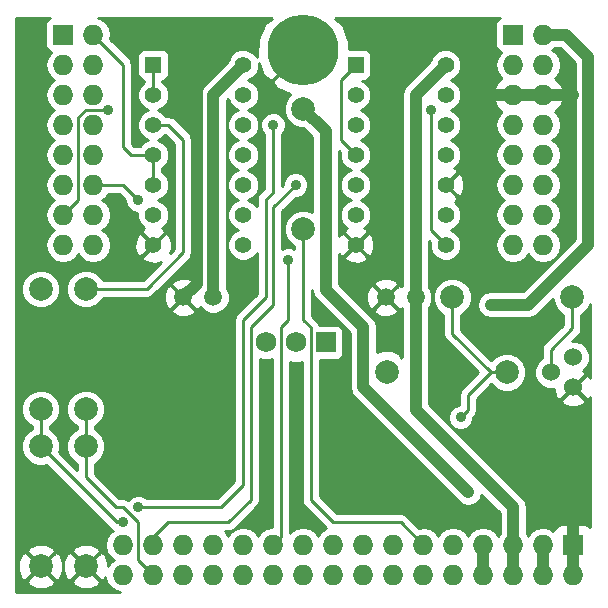
<source format=gtl>
%FSLAX34Y34*%
G04 Gerber Fmt 3.4, Leading zero omitted, Abs format*
G04 (created by PCBNEW (2014-jan-25)-product) date Sun 13 Jul 2014 07:55:22 AM PDT*
%MOIN*%
G01*
G70*
G90*
G04 APERTURE LIST*
%ADD10C,0.003937*%
%ADD11C,0.059100*%
%ADD12R,0.068000X0.068000*%
%ADD13O,0.068000X0.068000*%
%ADD14C,0.060000*%
%ADD15C,0.078700*%
%ADD16R,0.055000X0.055000*%
%ADD17C,0.055000*%
%ADD18C,0.068000*%
%ADD19C,0.236220*%
%ADD20C,0.035000*%
%ADD21C,0.040000*%
%ADD22C,0.010000*%
G04 APERTURE END LIST*
G54D10*
G54D11*
X37000Y-50250D03*
X36000Y-50250D03*
X43750Y-50250D03*
X42750Y-50250D03*
G54D12*
X32000Y-41500D03*
G54D13*
X33000Y-41500D03*
X32000Y-42500D03*
X33000Y-42500D03*
X32000Y-43500D03*
X33000Y-43500D03*
X32000Y-44500D03*
X33000Y-44500D03*
X32000Y-45500D03*
X33000Y-45500D03*
X32000Y-46500D03*
X33000Y-46500D03*
X32000Y-47500D03*
X33000Y-47500D03*
X32000Y-48500D03*
X33000Y-48500D03*
G54D12*
X47000Y-41500D03*
G54D13*
X48000Y-41500D03*
X47000Y-42500D03*
X48000Y-42500D03*
X47000Y-43500D03*
X48000Y-43500D03*
X47000Y-44500D03*
X48000Y-44500D03*
X47000Y-45500D03*
X48000Y-45500D03*
X47000Y-46500D03*
X48000Y-46500D03*
X47000Y-47500D03*
X48000Y-47500D03*
X47000Y-48500D03*
X48000Y-48500D03*
G54D12*
X49000Y-58500D03*
G54D13*
X49000Y-59500D03*
X48000Y-58500D03*
X48000Y-59500D03*
X47000Y-58500D03*
X47000Y-59500D03*
X46000Y-58500D03*
X46000Y-59500D03*
X45000Y-58500D03*
X45000Y-59500D03*
X44000Y-58500D03*
X44000Y-59500D03*
X43000Y-58500D03*
X43000Y-59500D03*
X42000Y-58500D03*
X42000Y-59500D03*
X41000Y-58500D03*
X41000Y-59500D03*
X40000Y-58500D03*
X40000Y-59500D03*
X39000Y-58500D03*
X39000Y-59500D03*
X38000Y-58500D03*
X38000Y-59500D03*
X37000Y-58500D03*
X37000Y-59500D03*
X36000Y-58500D03*
X36000Y-59500D03*
X35000Y-58500D03*
X35000Y-59500D03*
X34000Y-58500D03*
X34000Y-59500D03*
G54D14*
X49000Y-53250D03*
X48250Y-52750D03*
X49000Y-52250D03*
G54D15*
X31250Y-53969D03*
X31250Y-49969D03*
X31250Y-59219D03*
X31250Y-55219D03*
X32750Y-53969D03*
X32750Y-49969D03*
X32750Y-59219D03*
X32750Y-55219D03*
X48969Y-50250D03*
X44969Y-50250D03*
X42781Y-52750D03*
X46781Y-52750D03*
X40000Y-47969D03*
X40000Y-43969D03*
G54D16*
X41750Y-42500D03*
G54D17*
X41750Y-43500D03*
X41750Y-44500D03*
X41750Y-45500D03*
X41750Y-46500D03*
X41750Y-47500D03*
X41750Y-48500D03*
X44750Y-48500D03*
X44750Y-47500D03*
X44750Y-46500D03*
X44750Y-45500D03*
X44750Y-44500D03*
X44750Y-43500D03*
X44750Y-42500D03*
G54D16*
X35000Y-42500D03*
G54D17*
X35000Y-43500D03*
X35000Y-44500D03*
X35000Y-45500D03*
X35000Y-46500D03*
X35000Y-47500D03*
X35000Y-48500D03*
X38000Y-48500D03*
X38000Y-47500D03*
X38000Y-46500D03*
X38000Y-45500D03*
X38000Y-44500D03*
X38000Y-43500D03*
X38000Y-42500D03*
G54D12*
X40750Y-51750D03*
G54D18*
X39750Y-51750D03*
X38750Y-51750D03*
G54D19*
X40000Y-42000D03*
G54D20*
X46250Y-50500D03*
X44250Y-44000D03*
X34500Y-47000D03*
X33500Y-44000D03*
X37200Y-42000D03*
X39750Y-56500D03*
X38750Y-56500D03*
X37000Y-56500D03*
X41000Y-56500D03*
X37000Y-50250D03*
X45250Y-54250D03*
X39500Y-49000D03*
X34000Y-57750D03*
X39750Y-46500D03*
X39000Y-44500D03*
X34500Y-57250D03*
X45500Y-56750D03*
G54D21*
X48750Y-41500D02*
X48000Y-41500D01*
X49500Y-42250D02*
X48750Y-41500D01*
X49500Y-48500D02*
X49500Y-42250D01*
X47500Y-50500D02*
X46250Y-50500D01*
X49500Y-48500D02*
X47500Y-50500D01*
G54D22*
X44250Y-48000D02*
X44250Y-44000D01*
X44750Y-48500D02*
X44250Y-48000D01*
X35000Y-46500D02*
X35000Y-45500D01*
X34000Y-42500D02*
X33000Y-41500D01*
X34000Y-45250D02*
X34000Y-42500D01*
X34250Y-45500D02*
X34000Y-45250D01*
X35000Y-45500D02*
X34250Y-45500D01*
X33000Y-46500D02*
X34000Y-46500D01*
X34000Y-46500D02*
X34500Y-47000D01*
X32000Y-47500D02*
X32500Y-47000D01*
X32750Y-44000D02*
X33500Y-44000D01*
X32500Y-44250D02*
X32750Y-44000D01*
X32500Y-47000D02*
X32500Y-44250D01*
X35000Y-43500D02*
X35000Y-42500D01*
G54D21*
X36450Y-49800D02*
X36450Y-42750D01*
X36450Y-42750D02*
X37200Y-42000D01*
X36000Y-50250D02*
X36450Y-49800D01*
X49000Y-58500D02*
X49000Y-57750D01*
X49000Y-59500D02*
X49000Y-58500D01*
X48000Y-43500D02*
X47000Y-43500D01*
X47000Y-43500D02*
X45750Y-43500D01*
X48999Y-43500D02*
X48750Y-43500D01*
X48000Y-43500D02*
X48999Y-43500D01*
X37000Y-50250D02*
X37000Y-43500D01*
X37000Y-43500D02*
X38000Y-42500D01*
X47000Y-58500D02*
X47000Y-57250D01*
X47000Y-57250D02*
X43750Y-54000D01*
X43750Y-54000D02*
X43750Y-50250D01*
X47000Y-59500D02*
X47000Y-58500D01*
X43750Y-50250D02*
X43750Y-43500D01*
X43750Y-43500D02*
X44750Y-42500D01*
G54D22*
X48250Y-52750D02*
X48250Y-52000D01*
X48969Y-51281D02*
X48969Y-50250D01*
X48250Y-52000D02*
X48969Y-51281D01*
X32750Y-49969D02*
X34781Y-49969D01*
X34781Y-49969D02*
X36000Y-48750D01*
X35000Y-44500D02*
X35500Y-44500D01*
X36000Y-45000D02*
X36000Y-48750D01*
X35500Y-44500D02*
X36000Y-45000D01*
X44000Y-58500D02*
X43250Y-57750D01*
X40250Y-57000D02*
X40250Y-51250D01*
X41000Y-57750D02*
X40250Y-57000D01*
X43250Y-57750D02*
X41000Y-57750D01*
X40000Y-47969D02*
X40000Y-51000D01*
X40000Y-51000D02*
X40250Y-51250D01*
X40000Y-47969D02*
X40281Y-47969D01*
X41750Y-45500D02*
X41250Y-45000D01*
X41250Y-43000D02*
X41750Y-42500D01*
X41250Y-45000D02*
X41250Y-43000D01*
X44969Y-51469D02*
X44969Y-50250D01*
X46250Y-52750D02*
X44969Y-51469D01*
X46781Y-52750D02*
X46250Y-52750D01*
X45500Y-54000D02*
X45500Y-53500D01*
X45500Y-53500D02*
X46250Y-52750D01*
X45250Y-54250D02*
X45500Y-54000D01*
X39500Y-51000D02*
X39250Y-51250D01*
X39500Y-49000D02*
X39500Y-51000D01*
X39250Y-58250D02*
X39000Y-58500D01*
X39250Y-51250D02*
X39250Y-58250D01*
X33781Y-57750D02*
X31250Y-55219D01*
X34000Y-57750D02*
X33781Y-57750D01*
X31250Y-55219D02*
X31250Y-53969D01*
X39750Y-46500D02*
X39000Y-47250D01*
X39000Y-50500D02*
X38250Y-51250D01*
X39000Y-47250D02*
X39000Y-50500D01*
X35000Y-58500D02*
X35000Y-58250D01*
X35000Y-58250D02*
X35500Y-57750D01*
X35500Y-57750D02*
X37500Y-57750D01*
X37500Y-57750D02*
X38250Y-57000D01*
X38250Y-57000D02*
X38250Y-51250D01*
X32750Y-55219D02*
X32750Y-56250D01*
X34000Y-57250D02*
X34500Y-57750D01*
X33750Y-57250D02*
X34000Y-57250D01*
X32750Y-56250D02*
X33750Y-57250D01*
X35000Y-59500D02*
X34500Y-59000D01*
X34500Y-59000D02*
X34500Y-57750D01*
X32750Y-55219D02*
X32750Y-53969D01*
X37250Y-57250D02*
X34500Y-57250D01*
X38000Y-56500D02*
X37250Y-57250D01*
X38000Y-54750D02*
X38000Y-56500D01*
X38000Y-51000D02*
X38000Y-54750D01*
X38750Y-50250D02*
X38000Y-51000D01*
X38750Y-47000D02*
X38750Y-50250D01*
X39000Y-46750D02*
X38750Y-47000D01*
X39000Y-44500D02*
X39000Y-46750D01*
G54D21*
X45500Y-56750D02*
X42000Y-53250D01*
X40000Y-43969D02*
X40750Y-44719D01*
X40750Y-44719D02*
X40750Y-50000D01*
X42000Y-51250D02*
X42000Y-53250D01*
X40750Y-50000D02*
X42000Y-51250D01*
X48000Y-59500D02*
X48000Y-58500D01*
X46000Y-59500D02*
X46000Y-58500D01*
G54D22*
G36*
X38950Y-57917D02*
X38762Y-57954D01*
X38571Y-58082D01*
X38500Y-58189D01*
X38428Y-58082D01*
X38237Y-57954D01*
X38011Y-57910D01*
X37988Y-57910D01*
X37762Y-57954D01*
X37571Y-58082D01*
X37500Y-58189D01*
X37428Y-58082D01*
X37379Y-58050D01*
X37500Y-58050D01*
X37500Y-58049D01*
X37614Y-58027D01*
X37614Y-58027D01*
X37712Y-57962D01*
X38462Y-57212D01*
X38527Y-57114D01*
X38527Y-57114D01*
X38550Y-57000D01*
X38550Y-52305D01*
X38632Y-52339D01*
X38866Y-52340D01*
X38950Y-52305D01*
X38950Y-57917D01*
X38950Y-57917D01*
G37*
X38950Y-57917D02*
X38762Y-57954D01*
X38571Y-58082D01*
X38500Y-58189D01*
X38428Y-58082D01*
X38237Y-57954D01*
X38011Y-57910D01*
X37988Y-57910D01*
X37762Y-57954D01*
X37571Y-58082D01*
X37500Y-58189D01*
X37428Y-58082D01*
X37379Y-58050D01*
X37500Y-58050D01*
X37500Y-58049D01*
X37614Y-58027D01*
X37614Y-58027D01*
X37712Y-57962D01*
X38462Y-57212D01*
X38527Y-57114D01*
X38527Y-57114D01*
X38550Y-57000D01*
X38550Y-52305D01*
X38632Y-52339D01*
X38866Y-52340D01*
X38950Y-52305D01*
X38950Y-57917D01*
G36*
X38950Y-40965D02*
X38731Y-41090D01*
X38479Y-41645D01*
X38460Y-42239D01*
X38445Y-42203D01*
X38297Y-42055D01*
X38104Y-41975D01*
X37896Y-41974D01*
X37703Y-42054D01*
X37555Y-42202D01*
X37479Y-42383D01*
X36681Y-43181D01*
X36584Y-43327D01*
X36550Y-43500D01*
X36550Y-49888D01*
X36538Y-49871D01*
X36410Y-49853D01*
X36396Y-49867D01*
X36396Y-49839D01*
X36378Y-49711D01*
X36143Y-49607D01*
X35887Y-49601D01*
X35647Y-49694D01*
X35621Y-49711D01*
X35603Y-49839D01*
X36000Y-50235D01*
X36396Y-49839D01*
X36396Y-49867D01*
X36014Y-50250D01*
X36410Y-50646D01*
X36538Y-50628D01*
X36559Y-50580D01*
X36690Y-50712D01*
X36891Y-50795D01*
X37108Y-50795D01*
X37308Y-50712D01*
X37462Y-50559D01*
X37545Y-50358D01*
X37545Y-50141D01*
X37462Y-49941D01*
X37450Y-49928D01*
X37450Y-43686D01*
X37491Y-43644D01*
X37554Y-43797D01*
X37702Y-43944D01*
X37835Y-44000D01*
X37703Y-44054D01*
X37555Y-44202D01*
X37475Y-44395D01*
X37474Y-44603D01*
X37554Y-44797D01*
X37702Y-44944D01*
X37835Y-45000D01*
X37703Y-45054D01*
X37555Y-45202D01*
X37475Y-45395D01*
X37474Y-45603D01*
X37554Y-45797D01*
X37702Y-45944D01*
X37835Y-46000D01*
X37703Y-46054D01*
X37555Y-46202D01*
X37475Y-46395D01*
X37474Y-46603D01*
X37554Y-46797D01*
X37702Y-46944D01*
X37835Y-47000D01*
X37703Y-47054D01*
X37555Y-47202D01*
X37475Y-47395D01*
X37474Y-47603D01*
X37554Y-47797D01*
X37702Y-47944D01*
X37835Y-48000D01*
X37703Y-48054D01*
X37555Y-48202D01*
X37475Y-48395D01*
X37474Y-48603D01*
X37554Y-48797D01*
X37702Y-48944D01*
X37895Y-49024D01*
X38103Y-49025D01*
X38297Y-48945D01*
X38444Y-48797D01*
X38450Y-48785D01*
X38450Y-50125D01*
X37787Y-50787D01*
X37722Y-50885D01*
X37700Y-51000D01*
X37700Y-54750D01*
X37700Y-56375D01*
X37125Y-56950D01*
X36396Y-56950D01*
X36396Y-50660D01*
X36000Y-50264D01*
X35985Y-50278D01*
X35985Y-50250D01*
X35589Y-49853D01*
X35461Y-49871D01*
X35357Y-50106D01*
X35351Y-50362D01*
X35444Y-50602D01*
X35461Y-50628D01*
X35589Y-50646D01*
X35985Y-50250D01*
X35985Y-50278D01*
X35603Y-50660D01*
X35621Y-50788D01*
X35856Y-50892D01*
X36112Y-50898D01*
X36352Y-50805D01*
X36378Y-50788D01*
X36396Y-50660D01*
X36396Y-56950D01*
X34801Y-56950D01*
X34741Y-56889D01*
X34584Y-56825D01*
X34415Y-56824D01*
X34259Y-56889D01*
X34151Y-56997D01*
X34114Y-56972D01*
X34000Y-56950D01*
X33874Y-56950D01*
X33050Y-56125D01*
X33050Y-55791D01*
X33114Y-55764D01*
X33295Y-55583D01*
X33393Y-55347D01*
X33393Y-55091D01*
X33295Y-54854D01*
X33114Y-54673D01*
X33050Y-54646D01*
X33050Y-54541D01*
X33114Y-54514D01*
X33295Y-54333D01*
X33393Y-54097D01*
X33393Y-53841D01*
X33295Y-53604D01*
X33114Y-53423D01*
X32878Y-53325D01*
X32622Y-53325D01*
X32385Y-53423D01*
X32204Y-53604D01*
X32106Y-53840D01*
X32106Y-54096D01*
X32204Y-54333D01*
X32385Y-54514D01*
X32450Y-54541D01*
X32450Y-54646D01*
X32385Y-54673D01*
X32204Y-54854D01*
X32106Y-55090D01*
X32106Y-55346D01*
X32204Y-55583D01*
X32385Y-55764D01*
X32450Y-55791D01*
X32450Y-55994D01*
X31866Y-55411D01*
X31893Y-55347D01*
X31893Y-55091D01*
X31795Y-54854D01*
X31614Y-54673D01*
X31550Y-54646D01*
X31550Y-54541D01*
X31614Y-54514D01*
X31795Y-54333D01*
X31893Y-54097D01*
X31893Y-53841D01*
X31893Y-49841D01*
X31795Y-49604D01*
X31614Y-49423D01*
X31378Y-49325D01*
X31122Y-49325D01*
X30885Y-49423D01*
X30704Y-49604D01*
X30606Y-49840D01*
X30606Y-50096D01*
X30704Y-50333D01*
X30885Y-50514D01*
X31121Y-50612D01*
X31377Y-50612D01*
X31614Y-50514D01*
X31795Y-50333D01*
X31893Y-50097D01*
X31893Y-49841D01*
X31893Y-53841D01*
X31795Y-53604D01*
X31614Y-53423D01*
X31378Y-53325D01*
X31122Y-53325D01*
X30885Y-53423D01*
X30704Y-53604D01*
X30606Y-53840D01*
X30606Y-54096D01*
X30704Y-54333D01*
X30885Y-54514D01*
X30950Y-54541D01*
X30950Y-54646D01*
X30885Y-54673D01*
X30704Y-54854D01*
X30606Y-55090D01*
X30606Y-55346D01*
X30704Y-55583D01*
X30885Y-55764D01*
X31121Y-55862D01*
X31377Y-55862D01*
X31442Y-55835D01*
X33568Y-57962D01*
X33568Y-57962D01*
X33660Y-58023D01*
X33571Y-58082D01*
X33443Y-58274D01*
X33398Y-58500D01*
X33443Y-58725D01*
X33571Y-58917D01*
X33695Y-59000D01*
X33571Y-59082D01*
X33494Y-59197D01*
X33497Y-59090D01*
X33391Y-58814D01*
X33369Y-58781D01*
X33231Y-58751D01*
X33217Y-58766D01*
X33217Y-58737D01*
X33187Y-58599D01*
X32917Y-58479D01*
X32621Y-58471D01*
X32345Y-58577D01*
X32312Y-58599D01*
X32282Y-58737D01*
X32750Y-59204D01*
X33217Y-58737D01*
X33217Y-58766D01*
X32764Y-59219D01*
X33231Y-59686D01*
X33369Y-59656D01*
X33410Y-59562D01*
X33443Y-59725D01*
X33571Y-59917D01*
X33762Y-60045D01*
X33902Y-60072D01*
X33217Y-60072D01*
X33217Y-59700D01*
X32750Y-59233D01*
X32735Y-59247D01*
X32735Y-59219D01*
X32268Y-58751D01*
X32130Y-58781D01*
X32010Y-59051D01*
X32002Y-59347D01*
X32108Y-59623D01*
X32130Y-59656D01*
X32268Y-59686D01*
X32735Y-59219D01*
X32735Y-59247D01*
X32282Y-59700D01*
X32312Y-59838D01*
X32582Y-59958D01*
X32878Y-59966D01*
X33154Y-59860D01*
X33187Y-59838D01*
X33217Y-59700D01*
X33217Y-60072D01*
X31997Y-60072D01*
X31997Y-59090D01*
X31891Y-58814D01*
X31869Y-58781D01*
X31731Y-58751D01*
X31717Y-58766D01*
X31717Y-58737D01*
X31687Y-58599D01*
X31417Y-58479D01*
X31121Y-58471D01*
X30845Y-58577D01*
X30812Y-58599D01*
X30782Y-58737D01*
X31250Y-59204D01*
X31717Y-58737D01*
X31717Y-58766D01*
X31264Y-59219D01*
X31731Y-59686D01*
X31869Y-59656D01*
X31989Y-59386D01*
X31997Y-59090D01*
X31997Y-60072D01*
X31717Y-60072D01*
X31717Y-59700D01*
X31250Y-59233D01*
X31235Y-59247D01*
X31235Y-59219D01*
X30768Y-58751D01*
X30630Y-58781D01*
X30510Y-59051D01*
X30502Y-59347D01*
X30608Y-59623D01*
X30630Y-59656D01*
X30768Y-59686D01*
X31235Y-59219D01*
X31235Y-59247D01*
X30782Y-59700D01*
X30812Y-59838D01*
X31082Y-59958D01*
X31378Y-59966D01*
X31654Y-59860D01*
X31687Y-59838D01*
X31717Y-59700D01*
X31717Y-60072D01*
X30427Y-60072D01*
X30427Y-40927D01*
X31568Y-40927D01*
X31518Y-40948D01*
X31448Y-41018D01*
X31410Y-41110D01*
X31410Y-41209D01*
X31410Y-41889D01*
X31448Y-41981D01*
X31518Y-42051D01*
X31578Y-42077D01*
X31454Y-42262D01*
X31410Y-42488D01*
X31410Y-42511D01*
X31454Y-42737D01*
X31582Y-42928D01*
X31689Y-43000D01*
X31582Y-43071D01*
X31454Y-43262D01*
X31410Y-43488D01*
X31410Y-43511D01*
X31454Y-43737D01*
X31582Y-43928D01*
X31689Y-44000D01*
X31582Y-44071D01*
X31454Y-44262D01*
X31410Y-44488D01*
X31410Y-44511D01*
X31454Y-44737D01*
X31582Y-44928D01*
X31689Y-45000D01*
X31582Y-45071D01*
X31454Y-45262D01*
X31410Y-45488D01*
X31410Y-45511D01*
X31454Y-45737D01*
X31582Y-45928D01*
X31689Y-46000D01*
X31582Y-46071D01*
X31454Y-46262D01*
X31410Y-46488D01*
X31410Y-46511D01*
X31454Y-46737D01*
X31582Y-46928D01*
X31689Y-47000D01*
X31582Y-47071D01*
X31454Y-47262D01*
X31410Y-47488D01*
X31410Y-47511D01*
X31454Y-47737D01*
X31582Y-47928D01*
X31689Y-48000D01*
X31582Y-48071D01*
X31454Y-48262D01*
X31410Y-48488D01*
X31410Y-48511D01*
X31454Y-48737D01*
X31582Y-48928D01*
X31774Y-49056D01*
X32000Y-49101D01*
X32225Y-49056D01*
X32417Y-48928D01*
X32500Y-48804D01*
X32582Y-48928D01*
X32774Y-49056D01*
X33000Y-49101D01*
X33225Y-49056D01*
X33417Y-48928D01*
X33545Y-48737D01*
X33590Y-48511D01*
X33590Y-48488D01*
X33545Y-48262D01*
X33417Y-48071D01*
X33310Y-48000D01*
X33417Y-47928D01*
X33545Y-47737D01*
X33590Y-47511D01*
X33590Y-47488D01*
X33545Y-47262D01*
X33417Y-47071D01*
X33310Y-47000D01*
X33417Y-46928D01*
X33503Y-46800D01*
X33875Y-46800D01*
X34075Y-46999D01*
X34074Y-47084D01*
X34139Y-47240D01*
X34258Y-47360D01*
X34415Y-47424D01*
X34475Y-47424D01*
X34474Y-47603D01*
X34554Y-47797D01*
X34702Y-47944D01*
X34702Y-47944D01*
X34658Y-47961D01*
X34633Y-47978D01*
X34618Y-48104D01*
X35000Y-48485D01*
X35381Y-48104D01*
X35366Y-47978D01*
X35293Y-47946D01*
X35297Y-47945D01*
X35444Y-47797D01*
X35524Y-47604D01*
X35525Y-47396D01*
X35445Y-47203D01*
X35297Y-47055D01*
X35164Y-46999D01*
X35297Y-46945D01*
X35444Y-46797D01*
X35524Y-46604D01*
X35525Y-46396D01*
X35445Y-46203D01*
X35300Y-46057D01*
X35300Y-45942D01*
X35444Y-45797D01*
X35524Y-45604D01*
X35525Y-45396D01*
X35445Y-45203D01*
X35297Y-45055D01*
X35164Y-44999D01*
X35297Y-44945D01*
X35409Y-44833D01*
X35700Y-45124D01*
X35700Y-48625D01*
X35570Y-48755D01*
X35621Y-48639D01*
X35627Y-48390D01*
X35538Y-48158D01*
X35521Y-48133D01*
X35395Y-48118D01*
X35014Y-48500D01*
X35019Y-48505D01*
X35005Y-48519D01*
X35000Y-48514D01*
X34985Y-48528D01*
X34985Y-48500D01*
X34604Y-48118D01*
X34478Y-48133D01*
X34378Y-48360D01*
X34372Y-48609D01*
X34461Y-48841D01*
X34478Y-48866D01*
X34604Y-48881D01*
X34985Y-48500D01*
X34985Y-48528D01*
X34618Y-48895D01*
X34633Y-49021D01*
X34860Y-49121D01*
X35109Y-49127D01*
X35253Y-49071D01*
X34656Y-49669D01*
X33322Y-49669D01*
X33295Y-49604D01*
X33114Y-49423D01*
X32878Y-49325D01*
X32622Y-49325D01*
X32385Y-49423D01*
X32204Y-49604D01*
X32106Y-49840D01*
X32106Y-50096D01*
X32204Y-50333D01*
X32385Y-50514D01*
X32621Y-50612D01*
X32877Y-50612D01*
X33114Y-50514D01*
X33295Y-50333D01*
X33322Y-50269D01*
X34781Y-50269D01*
X34781Y-50268D01*
X34895Y-50246D01*
X34895Y-50246D01*
X34993Y-50181D01*
X36212Y-48962D01*
X36277Y-48864D01*
X36277Y-48864D01*
X36300Y-48750D01*
X36300Y-45000D01*
X36277Y-44885D01*
X36212Y-44787D01*
X36212Y-44787D01*
X35712Y-44287D01*
X35614Y-44222D01*
X35500Y-44200D01*
X35442Y-44200D01*
X35297Y-44055D01*
X35164Y-43999D01*
X35297Y-43945D01*
X35444Y-43797D01*
X35524Y-43604D01*
X35525Y-43396D01*
X35445Y-43203D01*
X35300Y-43057D01*
X35300Y-43025D01*
X35324Y-43025D01*
X35416Y-42986D01*
X35486Y-42916D01*
X35525Y-42824D01*
X35525Y-42725D01*
X35525Y-42175D01*
X35486Y-42083D01*
X35416Y-42013D01*
X35324Y-41975D01*
X35225Y-41975D01*
X34675Y-41975D01*
X34583Y-42013D01*
X34513Y-42083D01*
X34475Y-42175D01*
X34475Y-42274D01*
X34475Y-42824D01*
X34513Y-42916D01*
X34583Y-42986D01*
X34675Y-43025D01*
X34700Y-43025D01*
X34700Y-43057D01*
X34555Y-43202D01*
X34475Y-43395D01*
X34474Y-43603D01*
X34554Y-43797D01*
X34702Y-43944D01*
X34835Y-44000D01*
X34703Y-44054D01*
X34555Y-44202D01*
X34475Y-44395D01*
X34474Y-44603D01*
X34554Y-44797D01*
X34702Y-44944D01*
X34835Y-45000D01*
X34703Y-45054D01*
X34557Y-45200D01*
X34374Y-45200D01*
X34300Y-45125D01*
X34300Y-42500D01*
X34277Y-42385D01*
X34212Y-42287D01*
X34212Y-42287D01*
X33564Y-41640D01*
X33590Y-41511D01*
X33590Y-41488D01*
X33545Y-41262D01*
X33417Y-41071D01*
X33225Y-40943D01*
X33144Y-40927D01*
X38913Y-40927D01*
X38950Y-40965D01*
X38950Y-40965D01*
G37*
X38950Y-40965D02*
X38731Y-41090D01*
X38479Y-41645D01*
X38460Y-42239D01*
X38445Y-42203D01*
X38297Y-42055D01*
X38104Y-41975D01*
X37896Y-41974D01*
X37703Y-42054D01*
X37555Y-42202D01*
X37479Y-42383D01*
X36681Y-43181D01*
X36584Y-43327D01*
X36550Y-43500D01*
X36550Y-49888D01*
X36538Y-49871D01*
X36410Y-49853D01*
X36396Y-49867D01*
X36396Y-49839D01*
X36378Y-49711D01*
X36143Y-49607D01*
X35887Y-49601D01*
X35647Y-49694D01*
X35621Y-49711D01*
X35603Y-49839D01*
X36000Y-50235D01*
X36396Y-49839D01*
X36396Y-49867D01*
X36014Y-50250D01*
X36410Y-50646D01*
X36538Y-50628D01*
X36559Y-50580D01*
X36690Y-50712D01*
X36891Y-50795D01*
X37108Y-50795D01*
X37308Y-50712D01*
X37462Y-50559D01*
X37545Y-50358D01*
X37545Y-50141D01*
X37462Y-49941D01*
X37450Y-49928D01*
X37450Y-43686D01*
X37491Y-43644D01*
X37554Y-43797D01*
X37702Y-43944D01*
X37835Y-44000D01*
X37703Y-44054D01*
X37555Y-44202D01*
X37475Y-44395D01*
X37474Y-44603D01*
X37554Y-44797D01*
X37702Y-44944D01*
X37835Y-45000D01*
X37703Y-45054D01*
X37555Y-45202D01*
X37475Y-45395D01*
X37474Y-45603D01*
X37554Y-45797D01*
X37702Y-45944D01*
X37835Y-46000D01*
X37703Y-46054D01*
X37555Y-46202D01*
X37475Y-46395D01*
X37474Y-46603D01*
X37554Y-46797D01*
X37702Y-46944D01*
X37835Y-47000D01*
X37703Y-47054D01*
X37555Y-47202D01*
X37475Y-47395D01*
X37474Y-47603D01*
X37554Y-47797D01*
X37702Y-47944D01*
X37835Y-48000D01*
X37703Y-48054D01*
X37555Y-48202D01*
X37475Y-48395D01*
X37474Y-48603D01*
X37554Y-48797D01*
X37702Y-48944D01*
X37895Y-49024D01*
X38103Y-49025D01*
X38297Y-48945D01*
X38444Y-48797D01*
X38450Y-48785D01*
X38450Y-50125D01*
X37787Y-50787D01*
X37722Y-50885D01*
X37700Y-51000D01*
X37700Y-54750D01*
X37700Y-56375D01*
X37125Y-56950D01*
X36396Y-56950D01*
X36396Y-50660D01*
X36000Y-50264D01*
X35985Y-50278D01*
X35985Y-50250D01*
X35589Y-49853D01*
X35461Y-49871D01*
X35357Y-50106D01*
X35351Y-50362D01*
X35444Y-50602D01*
X35461Y-50628D01*
X35589Y-50646D01*
X35985Y-50250D01*
X35985Y-50278D01*
X35603Y-50660D01*
X35621Y-50788D01*
X35856Y-50892D01*
X36112Y-50898D01*
X36352Y-50805D01*
X36378Y-50788D01*
X36396Y-50660D01*
X36396Y-56950D01*
X34801Y-56950D01*
X34741Y-56889D01*
X34584Y-56825D01*
X34415Y-56824D01*
X34259Y-56889D01*
X34151Y-56997D01*
X34114Y-56972D01*
X34000Y-56950D01*
X33874Y-56950D01*
X33050Y-56125D01*
X33050Y-55791D01*
X33114Y-55764D01*
X33295Y-55583D01*
X33393Y-55347D01*
X33393Y-55091D01*
X33295Y-54854D01*
X33114Y-54673D01*
X33050Y-54646D01*
X33050Y-54541D01*
X33114Y-54514D01*
X33295Y-54333D01*
X33393Y-54097D01*
X33393Y-53841D01*
X33295Y-53604D01*
X33114Y-53423D01*
X32878Y-53325D01*
X32622Y-53325D01*
X32385Y-53423D01*
X32204Y-53604D01*
X32106Y-53840D01*
X32106Y-54096D01*
X32204Y-54333D01*
X32385Y-54514D01*
X32450Y-54541D01*
X32450Y-54646D01*
X32385Y-54673D01*
X32204Y-54854D01*
X32106Y-55090D01*
X32106Y-55346D01*
X32204Y-55583D01*
X32385Y-55764D01*
X32450Y-55791D01*
X32450Y-55994D01*
X31866Y-55411D01*
X31893Y-55347D01*
X31893Y-55091D01*
X31795Y-54854D01*
X31614Y-54673D01*
X31550Y-54646D01*
X31550Y-54541D01*
X31614Y-54514D01*
X31795Y-54333D01*
X31893Y-54097D01*
X31893Y-53841D01*
X31893Y-49841D01*
X31795Y-49604D01*
X31614Y-49423D01*
X31378Y-49325D01*
X31122Y-49325D01*
X30885Y-49423D01*
X30704Y-49604D01*
X30606Y-49840D01*
X30606Y-50096D01*
X30704Y-50333D01*
X30885Y-50514D01*
X31121Y-50612D01*
X31377Y-50612D01*
X31614Y-50514D01*
X31795Y-50333D01*
X31893Y-50097D01*
X31893Y-49841D01*
X31893Y-53841D01*
X31795Y-53604D01*
X31614Y-53423D01*
X31378Y-53325D01*
X31122Y-53325D01*
X30885Y-53423D01*
X30704Y-53604D01*
X30606Y-53840D01*
X30606Y-54096D01*
X30704Y-54333D01*
X30885Y-54514D01*
X30950Y-54541D01*
X30950Y-54646D01*
X30885Y-54673D01*
X30704Y-54854D01*
X30606Y-55090D01*
X30606Y-55346D01*
X30704Y-55583D01*
X30885Y-55764D01*
X31121Y-55862D01*
X31377Y-55862D01*
X31442Y-55835D01*
X33568Y-57962D01*
X33568Y-57962D01*
X33660Y-58023D01*
X33571Y-58082D01*
X33443Y-58274D01*
X33398Y-58500D01*
X33443Y-58725D01*
X33571Y-58917D01*
X33695Y-59000D01*
X33571Y-59082D01*
X33494Y-59197D01*
X33497Y-59090D01*
X33391Y-58814D01*
X33369Y-58781D01*
X33231Y-58751D01*
X33217Y-58766D01*
X33217Y-58737D01*
X33187Y-58599D01*
X32917Y-58479D01*
X32621Y-58471D01*
X32345Y-58577D01*
X32312Y-58599D01*
X32282Y-58737D01*
X32750Y-59204D01*
X33217Y-58737D01*
X33217Y-58766D01*
X32764Y-59219D01*
X33231Y-59686D01*
X33369Y-59656D01*
X33410Y-59562D01*
X33443Y-59725D01*
X33571Y-59917D01*
X33762Y-60045D01*
X33902Y-60072D01*
X33217Y-60072D01*
X33217Y-59700D01*
X32750Y-59233D01*
X32735Y-59247D01*
X32735Y-59219D01*
X32268Y-58751D01*
X32130Y-58781D01*
X32010Y-59051D01*
X32002Y-59347D01*
X32108Y-59623D01*
X32130Y-59656D01*
X32268Y-59686D01*
X32735Y-59219D01*
X32735Y-59247D01*
X32282Y-59700D01*
X32312Y-59838D01*
X32582Y-59958D01*
X32878Y-59966D01*
X33154Y-59860D01*
X33187Y-59838D01*
X33217Y-59700D01*
X33217Y-60072D01*
X31997Y-60072D01*
X31997Y-59090D01*
X31891Y-58814D01*
X31869Y-58781D01*
X31731Y-58751D01*
X31717Y-58766D01*
X31717Y-58737D01*
X31687Y-58599D01*
X31417Y-58479D01*
X31121Y-58471D01*
X30845Y-58577D01*
X30812Y-58599D01*
X30782Y-58737D01*
X31250Y-59204D01*
X31717Y-58737D01*
X31717Y-58766D01*
X31264Y-59219D01*
X31731Y-59686D01*
X31869Y-59656D01*
X31989Y-59386D01*
X31997Y-59090D01*
X31997Y-60072D01*
X31717Y-60072D01*
X31717Y-59700D01*
X31250Y-59233D01*
X31235Y-59247D01*
X31235Y-59219D01*
X30768Y-58751D01*
X30630Y-58781D01*
X30510Y-59051D01*
X30502Y-59347D01*
X30608Y-59623D01*
X30630Y-59656D01*
X30768Y-59686D01*
X31235Y-59219D01*
X31235Y-59247D01*
X30782Y-59700D01*
X30812Y-59838D01*
X31082Y-59958D01*
X31378Y-59966D01*
X31654Y-59860D01*
X31687Y-59838D01*
X31717Y-59700D01*
X31717Y-60072D01*
X30427Y-60072D01*
X30427Y-40927D01*
X31568Y-40927D01*
X31518Y-40948D01*
X31448Y-41018D01*
X31410Y-41110D01*
X31410Y-41209D01*
X31410Y-41889D01*
X31448Y-41981D01*
X31518Y-42051D01*
X31578Y-42077D01*
X31454Y-42262D01*
X31410Y-42488D01*
X31410Y-42511D01*
X31454Y-42737D01*
X31582Y-42928D01*
X31689Y-43000D01*
X31582Y-43071D01*
X31454Y-43262D01*
X31410Y-43488D01*
X31410Y-43511D01*
X31454Y-43737D01*
X31582Y-43928D01*
X31689Y-44000D01*
X31582Y-44071D01*
X31454Y-44262D01*
X31410Y-44488D01*
X31410Y-44511D01*
X31454Y-44737D01*
X31582Y-44928D01*
X31689Y-45000D01*
X31582Y-45071D01*
X31454Y-45262D01*
X31410Y-45488D01*
X31410Y-45511D01*
X31454Y-45737D01*
X31582Y-45928D01*
X31689Y-46000D01*
X31582Y-46071D01*
X31454Y-46262D01*
X31410Y-46488D01*
X31410Y-46511D01*
X31454Y-46737D01*
X31582Y-46928D01*
X31689Y-47000D01*
X31582Y-47071D01*
X31454Y-47262D01*
X31410Y-47488D01*
X31410Y-47511D01*
X31454Y-47737D01*
X31582Y-47928D01*
X31689Y-48000D01*
X31582Y-48071D01*
X31454Y-48262D01*
X31410Y-48488D01*
X31410Y-48511D01*
X31454Y-48737D01*
X31582Y-48928D01*
X31774Y-49056D01*
X32000Y-49101D01*
X32225Y-49056D01*
X32417Y-48928D01*
X32500Y-48804D01*
X32582Y-48928D01*
X32774Y-49056D01*
X33000Y-49101D01*
X33225Y-49056D01*
X33417Y-48928D01*
X33545Y-48737D01*
X33590Y-48511D01*
X33590Y-48488D01*
X33545Y-48262D01*
X33417Y-48071D01*
X33310Y-48000D01*
X33417Y-47928D01*
X33545Y-47737D01*
X33590Y-47511D01*
X33590Y-47488D01*
X33545Y-47262D01*
X33417Y-47071D01*
X33310Y-47000D01*
X33417Y-46928D01*
X33503Y-46800D01*
X33875Y-46800D01*
X34075Y-46999D01*
X34074Y-47084D01*
X34139Y-47240D01*
X34258Y-47360D01*
X34415Y-47424D01*
X34475Y-47424D01*
X34474Y-47603D01*
X34554Y-47797D01*
X34702Y-47944D01*
X34702Y-47944D01*
X34658Y-47961D01*
X34633Y-47978D01*
X34618Y-48104D01*
X35000Y-48485D01*
X35381Y-48104D01*
X35366Y-47978D01*
X35293Y-47946D01*
X35297Y-47945D01*
X35444Y-47797D01*
X35524Y-47604D01*
X35525Y-47396D01*
X35445Y-47203D01*
X35297Y-47055D01*
X35164Y-46999D01*
X35297Y-46945D01*
X35444Y-46797D01*
X35524Y-46604D01*
X35525Y-46396D01*
X35445Y-46203D01*
X35300Y-46057D01*
X35300Y-45942D01*
X35444Y-45797D01*
X35524Y-45604D01*
X35525Y-45396D01*
X35445Y-45203D01*
X35297Y-45055D01*
X35164Y-44999D01*
X35297Y-44945D01*
X35409Y-44833D01*
X35700Y-45124D01*
X35700Y-48625D01*
X35570Y-48755D01*
X35621Y-48639D01*
X35627Y-48390D01*
X35538Y-48158D01*
X35521Y-48133D01*
X35395Y-48118D01*
X35014Y-48500D01*
X35019Y-48505D01*
X35005Y-48519D01*
X35000Y-48514D01*
X34985Y-48528D01*
X34985Y-48500D01*
X34604Y-48118D01*
X34478Y-48133D01*
X34378Y-48360D01*
X34372Y-48609D01*
X34461Y-48841D01*
X34478Y-48866D01*
X34604Y-48881D01*
X34985Y-48500D01*
X34985Y-48528D01*
X34618Y-48895D01*
X34633Y-49021D01*
X34860Y-49121D01*
X35109Y-49127D01*
X35253Y-49071D01*
X34656Y-49669D01*
X33322Y-49669D01*
X33295Y-49604D01*
X33114Y-49423D01*
X32878Y-49325D01*
X32622Y-49325D01*
X32385Y-49423D01*
X32204Y-49604D01*
X32106Y-49840D01*
X32106Y-50096D01*
X32204Y-50333D01*
X32385Y-50514D01*
X32621Y-50612D01*
X32877Y-50612D01*
X33114Y-50514D01*
X33295Y-50333D01*
X33322Y-50269D01*
X34781Y-50269D01*
X34781Y-50268D01*
X34895Y-50246D01*
X34895Y-50246D01*
X34993Y-50181D01*
X36212Y-48962D01*
X36277Y-48864D01*
X36277Y-48864D01*
X36300Y-48750D01*
X36300Y-45000D01*
X36277Y-44885D01*
X36212Y-44787D01*
X36212Y-44787D01*
X35712Y-44287D01*
X35614Y-44222D01*
X35500Y-44200D01*
X35442Y-44200D01*
X35297Y-44055D01*
X35164Y-43999D01*
X35297Y-43945D01*
X35444Y-43797D01*
X35524Y-43604D01*
X35525Y-43396D01*
X35445Y-43203D01*
X35300Y-43057D01*
X35300Y-43025D01*
X35324Y-43025D01*
X35416Y-42986D01*
X35486Y-42916D01*
X35525Y-42824D01*
X35525Y-42725D01*
X35525Y-42175D01*
X35486Y-42083D01*
X35416Y-42013D01*
X35324Y-41975D01*
X35225Y-41975D01*
X34675Y-41975D01*
X34583Y-42013D01*
X34513Y-42083D01*
X34475Y-42175D01*
X34475Y-42274D01*
X34475Y-42824D01*
X34513Y-42916D01*
X34583Y-42986D01*
X34675Y-43025D01*
X34700Y-43025D01*
X34700Y-43057D01*
X34555Y-43202D01*
X34475Y-43395D01*
X34474Y-43603D01*
X34554Y-43797D01*
X34702Y-43944D01*
X34835Y-44000D01*
X34703Y-44054D01*
X34555Y-44202D01*
X34475Y-44395D01*
X34474Y-44603D01*
X34554Y-44797D01*
X34702Y-44944D01*
X34835Y-45000D01*
X34703Y-45054D01*
X34557Y-45200D01*
X34374Y-45200D01*
X34300Y-45125D01*
X34300Y-42500D01*
X34277Y-42385D01*
X34212Y-42287D01*
X34212Y-42287D01*
X33564Y-41640D01*
X33590Y-41511D01*
X33590Y-41488D01*
X33545Y-41262D01*
X33417Y-41071D01*
X33225Y-40943D01*
X33144Y-40927D01*
X38913Y-40927D01*
X38950Y-40965D01*
G36*
X39769Y-51755D02*
X39755Y-51769D01*
X39750Y-51764D01*
X39744Y-51769D01*
X39730Y-51755D01*
X39735Y-51750D01*
X39730Y-51744D01*
X39744Y-51730D01*
X39750Y-51735D01*
X39755Y-51730D01*
X39769Y-51744D01*
X39764Y-51750D01*
X39769Y-51755D01*
X39769Y-51755D01*
G37*
X39769Y-51755D02*
X39755Y-51769D01*
X39750Y-51764D01*
X39744Y-51769D01*
X39730Y-51755D01*
X39735Y-51750D01*
X39730Y-51744D01*
X39744Y-51730D01*
X39750Y-51735D01*
X39755Y-51730D01*
X39769Y-51744D01*
X39764Y-51750D01*
X39769Y-51755D01*
G36*
X40300Y-47396D02*
X40128Y-47325D01*
X39872Y-47325D01*
X39635Y-47423D01*
X39454Y-47604D01*
X39356Y-47840D01*
X39356Y-48096D01*
X39454Y-48333D01*
X39635Y-48514D01*
X39700Y-48541D01*
X39700Y-48622D01*
X39584Y-48575D01*
X39415Y-48574D01*
X39300Y-48622D01*
X39300Y-47374D01*
X39749Y-46924D01*
X39834Y-46925D01*
X39990Y-46860D01*
X40110Y-46741D01*
X40174Y-46584D01*
X40175Y-46415D01*
X40110Y-46259D01*
X39991Y-46139D01*
X39834Y-46075D01*
X39665Y-46074D01*
X39509Y-46139D01*
X39389Y-46258D01*
X39325Y-46415D01*
X39324Y-46500D01*
X39300Y-46525D01*
X39300Y-44801D01*
X39360Y-44741D01*
X39424Y-44584D01*
X39425Y-44415D01*
X39360Y-44259D01*
X39241Y-44139D01*
X39084Y-44075D01*
X38915Y-44074D01*
X38759Y-44139D01*
X38639Y-44258D01*
X38575Y-44415D01*
X38574Y-44584D01*
X38639Y-44740D01*
X38700Y-44801D01*
X38700Y-46625D01*
X38537Y-46787D01*
X38472Y-46885D01*
X38450Y-47000D01*
X38450Y-47214D01*
X38445Y-47203D01*
X38297Y-47055D01*
X38164Y-46999D01*
X38297Y-46945D01*
X38444Y-46797D01*
X38524Y-46604D01*
X38525Y-46396D01*
X38445Y-46203D01*
X38297Y-46055D01*
X38164Y-45999D01*
X38297Y-45945D01*
X38444Y-45797D01*
X38524Y-45604D01*
X38525Y-45396D01*
X38445Y-45203D01*
X38297Y-45055D01*
X38164Y-44999D01*
X38297Y-44945D01*
X38444Y-44797D01*
X38524Y-44604D01*
X38525Y-44396D01*
X38445Y-44203D01*
X38297Y-44055D01*
X38164Y-43999D01*
X38297Y-43945D01*
X38444Y-43797D01*
X38524Y-43604D01*
X38525Y-43396D01*
X38445Y-43203D01*
X38297Y-43055D01*
X38164Y-42999D01*
X38297Y-42945D01*
X38444Y-42797D01*
X38524Y-42604D01*
X38525Y-42427D01*
X38674Y-42824D01*
X38731Y-42909D01*
X38950Y-43034D01*
X39985Y-42000D01*
X39980Y-41994D01*
X39994Y-41980D01*
X40000Y-41985D01*
X40005Y-41980D01*
X40019Y-41994D01*
X40014Y-42000D01*
X40019Y-42005D01*
X40005Y-42019D01*
X40000Y-42014D01*
X38965Y-43049D01*
X39090Y-43268D01*
X39571Y-43487D01*
X39454Y-43604D01*
X39356Y-43840D01*
X39356Y-44096D01*
X39454Y-44333D01*
X39635Y-44514D01*
X39871Y-44612D01*
X40007Y-44612D01*
X40300Y-44905D01*
X40300Y-47396D01*
X40300Y-47396D01*
G37*
X40300Y-47396D02*
X40128Y-47325D01*
X39872Y-47325D01*
X39635Y-47423D01*
X39454Y-47604D01*
X39356Y-47840D01*
X39356Y-48096D01*
X39454Y-48333D01*
X39635Y-48514D01*
X39700Y-48541D01*
X39700Y-48622D01*
X39584Y-48575D01*
X39415Y-48574D01*
X39300Y-48622D01*
X39300Y-47374D01*
X39749Y-46924D01*
X39834Y-46925D01*
X39990Y-46860D01*
X40110Y-46741D01*
X40174Y-46584D01*
X40175Y-46415D01*
X40110Y-46259D01*
X39991Y-46139D01*
X39834Y-46075D01*
X39665Y-46074D01*
X39509Y-46139D01*
X39389Y-46258D01*
X39325Y-46415D01*
X39324Y-46500D01*
X39300Y-46525D01*
X39300Y-44801D01*
X39360Y-44741D01*
X39424Y-44584D01*
X39425Y-44415D01*
X39360Y-44259D01*
X39241Y-44139D01*
X39084Y-44075D01*
X38915Y-44074D01*
X38759Y-44139D01*
X38639Y-44258D01*
X38575Y-44415D01*
X38574Y-44584D01*
X38639Y-44740D01*
X38700Y-44801D01*
X38700Y-46625D01*
X38537Y-46787D01*
X38472Y-46885D01*
X38450Y-47000D01*
X38450Y-47214D01*
X38445Y-47203D01*
X38297Y-47055D01*
X38164Y-46999D01*
X38297Y-46945D01*
X38444Y-46797D01*
X38524Y-46604D01*
X38525Y-46396D01*
X38445Y-46203D01*
X38297Y-46055D01*
X38164Y-45999D01*
X38297Y-45945D01*
X38444Y-45797D01*
X38524Y-45604D01*
X38525Y-45396D01*
X38445Y-45203D01*
X38297Y-45055D01*
X38164Y-44999D01*
X38297Y-44945D01*
X38444Y-44797D01*
X38524Y-44604D01*
X38525Y-44396D01*
X38445Y-44203D01*
X38297Y-44055D01*
X38164Y-43999D01*
X38297Y-43945D01*
X38444Y-43797D01*
X38524Y-43604D01*
X38525Y-43396D01*
X38445Y-43203D01*
X38297Y-43055D01*
X38164Y-42999D01*
X38297Y-42945D01*
X38444Y-42797D01*
X38524Y-42604D01*
X38525Y-42427D01*
X38674Y-42824D01*
X38731Y-42909D01*
X38950Y-43034D01*
X39985Y-42000D01*
X39980Y-41994D01*
X39994Y-41980D01*
X40000Y-41985D01*
X40005Y-41980D01*
X40019Y-41994D01*
X40014Y-42000D01*
X40019Y-42005D01*
X40005Y-42019D01*
X40000Y-42014D01*
X38965Y-43049D01*
X39090Y-43268D01*
X39571Y-43487D01*
X39454Y-43604D01*
X39356Y-43840D01*
X39356Y-44096D01*
X39454Y-44333D01*
X39635Y-44514D01*
X39871Y-44612D01*
X40007Y-44612D01*
X40300Y-44905D01*
X40300Y-47396D01*
G36*
X40777Y-57951D02*
X40762Y-57954D01*
X40571Y-58082D01*
X40500Y-58189D01*
X40428Y-58082D01*
X40237Y-57954D01*
X40011Y-57910D01*
X39988Y-57910D01*
X39762Y-57954D01*
X39571Y-58082D01*
X39550Y-58114D01*
X39550Y-52416D01*
X39595Y-52436D01*
X39869Y-52443D01*
X39950Y-52412D01*
X39950Y-57000D01*
X39972Y-57114D01*
X40037Y-57212D01*
X40777Y-57951D01*
X40777Y-57951D01*
G37*
X40777Y-57951D02*
X40762Y-57954D01*
X40571Y-58082D01*
X40500Y-58189D01*
X40428Y-58082D01*
X40237Y-57954D01*
X40011Y-57910D01*
X39988Y-57910D01*
X39762Y-57954D01*
X39571Y-58082D01*
X39550Y-58114D01*
X39550Y-52416D01*
X39595Y-52436D01*
X39869Y-52443D01*
X39950Y-52412D01*
X39950Y-57000D01*
X39972Y-57114D01*
X40037Y-57212D01*
X40777Y-57951D01*
G36*
X42800Y-52755D02*
X42786Y-52769D01*
X42781Y-52764D01*
X42775Y-52769D01*
X42761Y-52755D01*
X42766Y-52750D01*
X42761Y-52744D01*
X42775Y-52730D01*
X42781Y-52735D01*
X42786Y-52730D01*
X42800Y-52744D01*
X42795Y-52750D01*
X42800Y-52755D01*
X42800Y-52755D01*
G37*
X42800Y-52755D02*
X42786Y-52769D01*
X42781Y-52764D01*
X42775Y-52769D01*
X42761Y-52755D01*
X42766Y-52750D01*
X42761Y-52744D01*
X42775Y-52730D01*
X42781Y-52735D01*
X42786Y-52730D01*
X42800Y-52744D01*
X42795Y-52750D01*
X42800Y-52755D01*
G36*
X46550Y-58114D02*
X46500Y-58189D01*
X46428Y-58082D01*
X46237Y-57954D01*
X46011Y-57910D01*
X45988Y-57910D01*
X45762Y-57954D01*
X45571Y-58082D01*
X45500Y-58189D01*
X45428Y-58082D01*
X45237Y-57954D01*
X45011Y-57910D01*
X44988Y-57910D01*
X44762Y-57954D01*
X44571Y-58082D01*
X44500Y-58189D01*
X44428Y-58082D01*
X44237Y-57954D01*
X44011Y-57910D01*
X43988Y-57910D01*
X43859Y-57935D01*
X43462Y-57537D01*
X43364Y-57472D01*
X43250Y-57450D01*
X41124Y-57450D01*
X40550Y-56875D01*
X40550Y-52340D01*
X41139Y-52340D01*
X41231Y-52301D01*
X41301Y-52231D01*
X41340Y-52139D01*
X41340Y-52040D01*
X41340Y-51360D01*
X41301Y-51268D01*
X41231Y-51198D01*
X41139Y-51160D01*
X41040Y-51160D01*
X40532Y-51160D01*
X40527Y-51135D01*
X40527Y-51135D01*
X40501Y-51096D01*
X40462Y-51037D01*
X40300Y-50875D01*
X40300Y-50000D01*
X40334Y-50172D01*
X40431Y-50318D01*
X41550Y-51436D01*
X41550Y-53250D01*
X41584Y-53422D01*
X41681Y-53568D01*
X45181Y-57068D01*
X45327Y-57165D01*
X45500Y-57200D01*
X45672Y-57165D01*
X45818Y-57068D01*
X45915Y-56922D01*
X45935Y-56822D01*
X46550Y-57436D01*
X46550Y-58114D01*
X46550Y-58114D01*
G37*
X46550Y-58114D02*
X46500Y-58189D01*
X46428Y-58082D01*
X46237Y-57954D01*
X46011Y-57910D01*
X45988Y-57910D01*
X45762Y-57954D01*
X45571Y-58082D01*
X45500Y-58189D01*
X45428Y-58082D01*
X45237Y-57954D01*
X45011Y-57910D01*
X44988Y-57910D01*
X44762Y-57954D01*
X44571Y-58082D01*
X44500Y-58189D01*
X44428Y-58082D01*
X44237Y-57954D01*
X44011Y-57910D01*
X43988Y-57910D01*
X43859Y-57935D01*
X43462Y-57537D01*
X43364Y-57472D01*
X43250Y-57450D01*
X41124Y-57450D01*
X40550Y-56875D01*
X40550Y-52340D01*
X41139Y-52340D01*
X41231Y-52301D01*
X41301Y-52231D01*
X41340Y-52139D01*
X41340Y-52040D01*
X41340Y-51360D01*
X41301Y-51268D01*
X41231Y-51198D01*
X41139Y-51160D01*
X41040Y-51160D01*
X40532Y-51160D01*
X40527Y-51135D01*
X40527Y-51135D01*
X40501Y-51096D01*
X40462Y-51037D01*
X40300Y-50875D01*
X40300Y-50000D01*
X40334Y-50172D01*
X40431Y-50318D01*
X41550Y-51436D01*
X41550Y-53250D01*
X41584Y-53422D01*
X41681Y-53568D01*
X45181Y-57068D01*
X45327Y-57165D01*
X45500Y-57200D01*
X45672Y-57165D01*
X45818Y-57068D01*
X45915Y-56922D01*
X45935Y-56822D01*
X46550Y-57436D01*
X46550Y-58114D01*
G36*
X49572Y-57897D02*
X49538Y-57863D01*
X49409Y-57810D01*
X49399Y-57810D01*
X49399Y-53663D01*
X49000Y-53264D01*
X48600Y-53663D01*
X48618Y-53791D01*
X48855Y-53896D01*
X49113Y-53902D01*
X49354Y-53809D01*
X49381Y-53791D01*
X49399Y-53663D01*
X49399Y-57810D01*
X49097Y-57810D01*
X49010Y-57897D01*
X49010Y-58490D01*
X49017Y-58490D01*
X49017Y-58510D01*
X49010Y-58510D01*
X49010Y-58897D01*
X49010Y-59102D01*
X49010Y-59490D01*
X49017Y-59490D01*
X49017Y-59510D01*
X49010Y-59510D01*
X49010Y-59517D01*
X48990Y-59517D01*
X48990Y-59510D01*
X48982Y-59510D01*
X48982Y-59490D01*
X48990Y-59490D01*
X48990Y-59102D01*
X48990Y-58897D01*
X48990Y-58510D01*
X48982Y-58510D01*
X48982Y-58490D01*
X48990Y-58490D01*
X48990Y-57897D01*
X48902Y-57810D01*
X48590Y-57810D01*
X48461Y-57863D01*
X48363Y-57961D01*
X48338Y-58022D01*
X48237Y-57954D01*
X48011Y-57910D01*
X47988Y-57910D01*
X47762Y-57954D01*
X47571Y-58082D01*
X47500Y-58189D01*
X47450Y-58114D01*
X47450Y-57250D01*
X47424Y-57122D01*
X47424Y-52622D01*
X47326Y-52385D01*
X47145Y-52204D01*
X46909Y-52106D01*
X46653Y-52106D01*
X46416Y-52204D01*
X46272Y-52348D01*
X45269Y-51344D01*
X45269Y-50822D01*
X45333Y-50795D01*
X45514Y-50614D01*
X45612Y-50378D01*
X45612Y-50122D01*
X45514Y-49885D01*
X45377Y-49748D01*
X45377Y-46390D01*
X45288Y-46158D01*
X45271Y-46133D01*
X45145Y-46118D01*
X44764Y-46500D01*
X45145Y-46881D01*
X45271Y-46866D01*
X45371Y-46639D01*
X45377Y-46390D01*
X45377Y-49748D01*
X45333Y-49704D01*
X45097Y-49606D01*
X44841Y-49606D01*
X44604Y-49704D01*
X44423Y-49885D01*
X44325Y-50121D01*
X44325Y-50377D01*
X44423Y-50614D01*
X44604Y-50795D01*
X44669Y-50822D01*
X44669Y-51469D01*
X44691Y-51583D01*
X44756Y-51681D01*
X45825Y-52750D01*
X45287Y-53287D01*
X45222Y-53385D01*
X45200Y-53500D01*
X45200Y-53824D01*
X45165Y-53824D01*
X45009Y-53889D01*
X44889Y-54008D01*
X44825Y-54165D01*
X44824Y-54334D01*
X44889Y-54490D01*
X45008Y-54610D01*
X45165Y-54674D01*
X45334Y-54675D01*
X45490Y-54610D01*
X45610Y-54491D01*
X45674Y-54334D01*
X45675Y-54249D01*
X45712Y-54212D01*
X45712Y-54212D01*
X45751Y-54153D01*
X45777Y-54114D01*
X45777Y-54114D01*
X45800Y-54000D01*
X45800Y-53624D01*
X46272Y-53151D01*
X46416Y-53295D01*
X46652Y-53393D01*
X46908Y-53393D01*
X47145Y-53295D01*
X47326Y-53114D01*
X47424Y-52878D01*
X47424Y-52622D01*
X47424Y-57122D01*
X47415Y-57077D01*
X47318Y-56931D01*
X44200Y-53813D01*
X44200Y-50571D01*
X44212Y-50559D01*
X44295Y-50358D01*
X44295Y-50141D01*
X44212Y-49941D01*
X44200Y-49928D01*
X44200Y-48374D01*
X44225Y-48399D01*
X44224Y-48603D01*
X44304Y-48797D01*
X44452Y-48944D01*
X44645Y-49024D01*
X44853Y-49025D01*
X45047Y-48945D01*
X45194Y-48797D01*
X45274Y-48604D01*
X45275Y-48396D01*
X45195Y-48203D01*
X45047Y-48055D01*
X44914Y-47999D01*
X45047Y-47945D01*
X45194Y-47797D01*
X45274Y-47604D01*
X45275Y-47396D01*
X45195Y-47203D01*
X45047Y-47055D01*
X45047Y-47055D01*
X45091Y-47038D01*
X45116Y-47021D01*
X45131Y-46895D01*
X44750Y-46514D01*
X44744Y-46519D01*
X44730Y-46505D01*
X44735Y-46500D01*
X44730Y-46494D01*
X44744Y-46480D01*
X44750Y-46485D01*
X45131Y-46104D01*
X45116Y-45978D01*
X45043Y-45946D01*
X45047Y-45945D01*
X45194Y-45797D01*
X45274Y-45604D01*
X45275Y-45396D01*
X45195Y-45203D01*
X45047Y-45055D01*
X44914Y-44999D01*
X45047Y-44945D01*
X45194Y-44797D01*
X45274Y-44604D01*
X45275Y-44396D01*
X45195Y-44203D01*
X45047Y-44055D01*
X44914Y-43999D01*
X45047Y-43945D01*
X45194Y-43797D01*
X45274Y-43604D01*
X45275Y-43396D01*
X45195Y-43203D01*
X45047Y-43055D01*
X44914Y-42999D01*
X45047Y-42945D01*
X45194Y-42797D01*
X45274Y-42604D01*
X45275Y-42396D01*
X45195Y-42203D01*
X45047Y-42055D01*
X44854Y-41975D01*
X44646Y-41974D01*
X44453Y-42054D01*
X44305Y-42202D01*
X44229Y-42383D01*
X43431Y-43181D01*
X43334Y-43327D01*
X43300Y-43500D01*
X43300Y-49888D01*
X43288Y-49871D01*
X43160Y-49853D01*
X43146Y-49867D01*
X43146Y-49839D01*
X43128Y-49711D01*
X42893Y-49607D01*
X42637Y-49601D01*
X42397Y-49694D01*
X42377Y-49707D01*
X42377Y-48390D01*
X42288Y-48158D01*
X42271Y-48133D01*
X42145Y-48118D01*
X41764Y-48500D01*
X42145Y-48881D01*
X42271Y-48866D01*
X42371Y-48639D01*
X42377Y-48390D01*
X42377Y-49707D01*
X42371Y-49711D01*
X42353Y-49839D01*
X42750Y-50235D01*
X43146Y-49839D01*
X43146Y-49867D01*
X42764Y-50250D01*
X43160Y-50646D01*
X43288Y-50628D01*
X43300Y-50602D01*
X43300Y-52216D01*
X43248Y-52268D01*
X43218Y-52130D01*
X43146Y-52098D01*
X43146Y-50660D01*
X42750Y-50264D01*
X42735Y-50278D01*
X42735Y-50250D01*
X42339Y-49853D01*
X42211Y-49871D01*
X42131Y-50052D01*
X42131Y-48895D01*
X41750Y-48514D01*
X41368Y-48895D01*
X41383Y-49021D01*
X41610Y-49121D01*
X41859Y-49127D01*
X42091Y-49038D01*
X42116Y-49021D01*
X42131Y-48895D01*
X42131Y-50052D01*
X42107Y-50106D01*
X42101Y-50362D01*
X42194Y-50602D01*
X42211Y-50628D01*
X42339Y-50646D01*
X42735Y-50250D01*
X42735Y-50278D01*
X42353Y-50660D01*
X42371Y-50788D01*
X42606Y-50892D01*
X42862Y-50898D01*
X43102Y-50805D01*
X43128Y-50788D01*
X43146Y-50660D01*
X43146Y-52098D01*
X42948Y-52010D01*
X42652Y-52002D01*
X42450Y-52080D01*
X42450Y-51250D01*
X42415Y-51077D01*
X42318Y-50931D01*
X41200Y-49813D01*
X41200Y-48810D01*
X41211Y-48841D01*
X41228Y-48866D01*
X41354Y-48881D01*
X41735Y-48500D01*
X41354Y-48118D01*
X41228Y-48133D01*
X41200Y-48198D01*
X41200Y-45374D01*
X41225Y-45399D01*
X41224Y-45603D01*
X41304Y-45797D01*
X41452Y-45944D01*
X41585Y-46000D01*
X41453Y-46054D01*
X41305Y-46202D01*
X41225Y-46395D01*
X41224Y-46603D01*
X41304Y-46797D01*
X41452Y-46944D01*
X41585Y-47000D01*
X41453Y-47054D01*
X41305Y-47202D01*
X41225Y-47395D01*
X41224Y-47603D01*
X41304Y-47797D01*
X41452Y-47944D01*
X41452Y-47944D01*
X41408Y-47961D01*
X41383Y-47978D01*
X41368Y-48104D01*
X41750Y-48485D01*
X42131Y-48104D01*
X42116Y-47978D01*
X42043Y-47946D01*
X42047Y-47945D01*
X42194Y-47797D01*
X42274Y-47604D01*
X42275Y-47396D01*
X42195Y-47203D01*
X42047Y-47055D01*
X41914Y-46999D01*
X42047Y-46945D01*
X42194Y-46797D01*
X42274Y-46604D01*
X42275Y-46396D01*
X42195Y-46203D01*
X42047Y-46055D01*
X41914Y-45999D01*
X42047Y-45945D01*
X42194Y-45797D01*
X42274Y-45604D01*
X42275Y-45396D01*
X42195Y-45203D01*
X42047Y-45055D01*
X41914Y-44999D01*
X42047Y-44945D01*
X42194Y-44797D01*
X42274Y-44604D01*
X42275Y-44396D01*
X42195Y-44203D01*
X42047Y-44055D01*
X41914Y-43999D01*
X42047Y-43945D01*
X42194Y-43797D01*
X42274Y-43604D01*
X42275Y-43396D01*
X42195Y-43203D01*
X42047Y-43055D01*
X41975Y-43025D01*
X42074Y-43025D01*
X42166Y-42986D01*
X42236Y-42916D01*
X42275Y-42824D01*
X42275Y-42725D01*
X42275Y-42175D01*
X42236Y-42083D01*
X42166Y-42013D01*
X42074Y-41975D01*
X41975Y-41975D01*
X41532Y-41975D01*
X41540Y-41745D01*
X41325Y-41175D01*
X41268Y-41090D01*
X41049Y-40965D01*
X41086Y-40927D01*
X46568Y-40927D01*
X46518Y-40948D01*
X46448Y-41018D01*
X46410Y-41110D01*
X46410Y-41209D01*
X46410Y-41889D01*
X46448Y-41981D01*
X46518Y-42051D01*
X46578Y-42077D01*
X46454Y-42262D01*
X46410Y-42488D01*
X46410Y-42511D01*
X46454Y-42737D01*
X46582Y-42928D01*
X46599Y-42939D01*
X46416Y-43130D01*
X46320Y-43382D01*
X46397Y-43490D01*
X46990Y-43490D01*
X46990Y-43482D01*
X47010Y-43482D01*
X47010Y-43490D01*
X47397Y-43490D01*
X47602Y-43490D01*
X47990Y-43490D01*
X47990Y-43482D01*
X48010Y-43482D01*
X48010Y-43490D01*
X48602Y-43490D01*
X48679Y-43382D01*
X48583Y-43130D01*
X48400Y-42939D01*
X48417Y-42928D01*
X48545Y-42737D01*
X48590Y-42511D01*
X48590Y-42488D01*
X48545Y-42262D01*
X48417Y-42071D01*
X48310Y-42000D01*
X48385Y-41950D01*
X48563Y-41950D01*
X49050Y-42436D01*
X49050Y-48313D01*
X48679Y-48683D01*
X48679Y-43617D01*
X48602Y-43510D01*
X48010Y-43510D01*
X48010Y-43517D01*
X47990Y-43517D01*
X47990Y-43510D01*
X47602Y-43510D01*
X47397Y-43510D01*
X47010Y-43510D01*
X47010Y-43517D01*
X46990Y-43517D01*
X46990Y-43510D01*
X46397Y-43510D01*
X46320Y-43617D01*
X46416Y-43869D01*
X46599Y-44060D01*
X46582Y-44071D01*
X46454Y-44262D01*
X46410Y-44488D01*
X46410Y-44511D01*
X46454Y-44737D01*
X46582Y-44928D01*
X46689Y-45000D01*
X46582Y-45071D01*
X46454Y-45262D01*
X46410Y-45488D01*
X46410Y-45511D01*
X46454Y-45737D01*
X46582Y-45928D01*
X46689Y-46000D01*
X46582Y-46071D01*
X46454Y-46262D01*
X46410Y-46488D01*
X46410Y-46511D01*
X46454Y-46737D01*
X46582Y-46928D01*
X46689Y-47000D01*
X46582Y-47071D01*
X46454Y-47262D01*
X46410Y-47488D01*
X46410Y-47511D01*
X46454Y-47737D01*
X46582Y-47928D01*
X46689Y-48000D01*
X46582Y-48071D01*
X46454Y-48262D01*
X46410Y-48488D01*
X46410Y-48511D01*
X46454Y-48737D01*
X46582Y-48928D01*
X46774Y-49056D01*
X47000Y-49101D01*
X47225Y-49056D01*
X47417Y-48928D01*
X47500Y-48804D01*
X47582Y-48928D01*
X47774Y-49056D01*
X48000Y-49101D01*
X48225Y-49056D01*
X48417Y-48928D01*
X48545Y-48737D01*
X48590Y-48511D01*
X48590Y-48488D01*
X48545Y-48262D01*
X48417Y-48071D01*
X48310Y-48000D01*
X48417Y-47928D01*
X48545Y-47737D01*
X48590Y-47511D01*
X48590Y-47488D01*
X48545Y-47262D01*
X48417Y-47071D01*
X48310Y-47000D01*
X48417Y-46928D01*
X48545Y-46737D01*
X48590Y-46511D01*
X48590Y-46488D01*
X48545Y-46262D01*
X48417Y-46071D01*
X48310Y-46000D01*
X48417Y-45928D01*
X48545Y-45737D01*
X48590Y-45511D01*
X48590Y-45488D01*
X48545Y-45262D01*
X48417Y-45071D01*
X48310Y-45000D01*
X48417Y-44928D01*
X48545Y-44737D01*
X48590Y-44511D01*
X48590Y-44488D01*
X48545Y-44262D01*
X48417Y-44071D01*
X48400Y-44060D01*
X48583Y-43869D01*
X48679Y-43617D01*
X48679Y-48683D01*
X47313Y-50050D01*
X46250Y-50050D01*
X46077Y-50084D01*
X45931Y-50181D01*
X45834Y-50327D01*
X45800Y-50500D01*
X45834Y-50672D01*
X45931Y-50818D01*
X46077Y-50915D01*
X46250Y-50950D01*
X47500Y-50950D01*
X47672Y-50915D01*
X47818Y-50818D01*
X48325Y-50310D01*
X48325Y-50377D01*
X48423Y-50614D01*
X48604Y-50795D01*
X48669Y-50822D01*
X48669Y-51156D01*
X48037Y-51787D01*
X47972Y-51885D01*
X47950Y-52000D01*
X47950Y-52278D01*
X47938Y-52283D01*
X47784Y-52438D01*
X47700Y-52640D01*
X47699Y-52858D01*
X47783Y-53061D01*
X47938Y-53215D01*
X48140Y-53299D01*
X48348Y-53300D01*
X48347Y-53363D01*
X48440Y-53604D01*
X48458Y-53631D01*
X48586Y-53649D01*
X48985Y-53250D01*
X48980Y-53244D01*
X48994Y-53230D01*
X49000Y-53235D01*
X49399Y-52836D01*
X49381Y-52708D01*
X49338Y-52689D01*
X49465Y-52561D01*
X49549Y-52359D01*
X49550Y-52141D01*
X49466Y-51938D01*
X49311Y-51784D01*
X49109Y-51700D01*
X48974Y-51699D01*
X49181Y-51493D01*
X49181Y-51493D01*
X49220Y-51434D01*
X49246Y-51395D01*
X49246Y-51395D01*
X49269Y-51281D01*
X49269Y-50822D01*
X49333Y-50795D01*
X49514Y-50614D01*
X49572Y-50473D01*
X49572Y-52929D01*
X49559Y-52895D01*
X49541Y-52868D01*
X49413Y-52850D01*
X49014Y-53250D01*
X49413Y-53649D01*
X49541Y-53631D01*
X49572Y-53561D01*
X49572Y-57897D01*
X49572Y-57897D01*
G37*
X49572Y-57897D02*
X49538Y-57863D01*
X49409Y-57810D01*
X49399Y-57810D01*
X49399Y-53663D01*
X49000Y-53264D01*
X48600Y-53663D01*
X48618Y-53791D01*
X48855Y-53896D01*
X49113Y-53902D01*
X49354Y-53809D01*
X49381Y-53791D01*
X49399Y-53663D01*
X49399Y-57810D01*
X49097Y-57810D01*
X49010Y-57897D01*
X49010Y-58490D01*
X49017Y-58490D01*
X49017Y-58510D01*
X49010Y-58510D01*
X49010Y-58897D01*
X49010Y-59102D01*
X49010Y-59490D01*
X49017Y-59490D01*
X49017Y-59510D01*
X49010Y-59510D01*
X49010Y-59517D01*
X48990Y-59517D01*
X48990Y-59510D01*
X48982Y-59510D01*
X48982Y-59490D01*
X48990Y-59490D01*
X48990Y-59102D01*
X48990Y-58897D01*
X48990Y-58510D01*
X48982Y-58510D01*
X48982Y-58490D01*
X48990Y-58490D01*
X48990Y-57897D01*
X48902Y-57810D01*
X48590Y-57810D01*
X48461Y-57863D01*
X48363Y-57961D01*
X48338Y-58022D01*
X48237Y-57954D01*
X48011Y-57910D01*
X47988Y-57910D01*
X47762Y-57954D01*
X47571Y-58082D01*
X47500Y-58189D01*
X47450Y-58114D01*
X47450Y-57250D01*
X47424Y-57122D01*
X47424Y-52622D01*
X47326Y-52385D01*
X47145Y-52204D01*
X46909Y-52106D01*
X46653Y-52106D01*
X46416Y-52204D01*
X46272Y-52348D01*
X45269Y-51344D01*
X45269Y-50822D01*
X45333Y-50795D01*
X45514Y-50614D01*
X45612Y-50378D01*
X45612Y-50122D01*
X45514Y-49885D01*
X45377Y-49748D01*
X45377Y-46390D01*
X45288Y-46158D01*
X45271Y-46133D01*
X45145Y-46118D01*
X44764Y-46500D01*
X45145Y-46881D01*
X45271Y-46866D01*
X45371Y-46639D01*
X45377Y-46390D01*
X45377Y-49748D01*
X45333Y-49704D01*
X45097Y-49606D01*
X44841Y-49606D01*
X44604Y-49704D01*
X44423Y-49885D01*
X44325Y-50121D01*
X44325Y-50377D01*
X44423Y-50614D01*
X44604Y-50795D01*
X44669Y-50822D01*
X44669Y-51469D01*
X44691Y-51583D01*
X44756Y-51681D01*
X45825Y-52750D01*
X45287Y-53287D01*
X45222Y-53385D01*
X45200Y-53500D01*
X45200Y-53824D01*
X45165Y-53824D01*
X45009Y-53889D01*
X44889Y-54008D01*
X44825Y-54165D01*
X44824Y-54334D01*
X44889Y-54490D01*
X45008Y-54610D01*
X45165Y-54674D01*
X45334Y-54675D01*
X45490Y-54610D01*
X45610Y-54491D01*
X45674Y-54334D01*
X45675Y-54249D01*
X45712Y-54212D01*
X45712Y-54212D01*
X45751Y-54153D01*
X45777Y-54114D01*
X45777Y-54114D01*
X45800Y-54000D01*
X45800Y-53624D01*
X46272Y-53151D01*
X46416Y-53295D01*
X46652Y-53393D01*
X46908Y-53393D01*
X47145Y-53295D01*
X47326Y-53114D01*
X47424Y-52878D01*
X47424Y-52622D01*
X47424Y-57122D01*
X47415Y-57077D01*
X47318Y-56931D01*
X44200Y-53813D01*
X44200Y-50571D01*
X44212Y-50559D01*
X44295Y-50358D01*
X44295Y-50141D01*
X44212Y-49941D01*
X44200Y-49928D01*
X44200Y-48374D01*
X44225Y-48399D01*
X44224Y-48603D01*
X44304Y-48797D01*
X44452Y-48944D01*
X44645Y-49024D01*
X44853Y-49025D01*
X45047Y-48945D01*
X45194Y-48797D01*
X45274Y-48604D01*
X45275Y-48396D01*
X45195Y-48203D01*
X45047Y-48055D01*
X44914Y-47999D01*
X45047Y-47945D01*
X45194Y-47797D01*
X45274Y-47604D01*
X45275Y-47396D01*
X45195Y-47203D01*
X45047Y-47055D01*
X45047Y-47055D01*
X45091Y-47038D01*
X45116Y-47021D01*
X45131Y-46895D01*
X44750Y-46514D01*
X44744Y-46519D01*
X44730Y-46505D01*
X44735Y-46500D01*
X44730Y-46494D01*
X44744Y-46480D01*
X44750Y-46485D01*
X45131Y-46104D01*
X45116Y-45978D01*
X45043Y-45946D01*
X45047Y-45945D01*
X45194Y-45797D01*
X45274Y-45604D01*
X45275Y-45396D01*
X45195Y-45203D01*
X45047Y-45055D01*
X44914Y-44999D01*
X45047Y-44945D01*
X45194Y-44797D01*
X45274Y-44604D01*
X45275Y-44396D01*
X45195Y-44203D01*
X45047Y-44055D01*
X44914Y-43999D01*
X45047Y-43945D01*
X45194Y-43797D01*
X45274Y-43604D01*
X45275Y-43396D01*
X45195Y-43203D01*
X45047Y-43055D01*
X44914Y-42999D01*
X45047Y-42945D01*
X45194Y-42797D01*
X45274Y-42604D01*
X45275Y-42396D01*
X45195Y-42203D01*
X45047Y-42055D01*
X44854Y-41975D01*
X44646Y-41974D01*
X44453Y-42054D01*
X44305Y-42202D01*
X44229Y-42383D01*
X43431Y-43181D01*
X43334Y-43327D01*
X43300Y-43500D01*
X43300Y-49888D01*
X43288Y-49871D01*
X43160Y-49853D01*
X43146Y-49867D01*
X43146Y-49839D01*
X43128Y-49711D01*
X42893Y-49607D01*
X42637Y-49601D01*
X42397Y-49694D01*
X42377Y-49707D01*
X42377Y-48390D01*
X42288Y-48158D01*
X42271Y-48133D01*
X42145Y-48118D01*
X41764Y-48500D01*
X42145Y-48881D01*
X42271Y-48866D01*
X42371Y-48639D01*
X42377Y-48390D01*
X42377Y-49707D01*
X42371Y-49711D01*
X42353Y-49839D01*
X42750Y-50235D01*
X43146Y-49839D01*
X43146Y-49867D01*
X42764Y-50250D01*
X43160Y-50646D01*
X43288Y-50628D01*
X43300Y-50602D01*
X43300Y-52216D01*
X43248Y-52268D01*
X43218Y-52130D01*
X43146Y-52098D01*
X43146Y-50660D01*
X42750Y-50264D01*
X42735Y-50278D01*
X42735Y-50250D01*
X42339Y-49853D01*
X42211Y-49871D01*
X42131Y-50052D01*
X42131Y-48895D01*
X41750Y-48514D01*
X41368Y-48895D01*
X41383Y-49021D01*
X41610Y-49121D01*
X41859Y-49127D01*
X42091Y-49038D01*
X42116Y-49021D01*
X42131Y-48895D01*
X42131Y-50052D01*
X42107Y-50106D01*
X42101Y-50362D01*
X42194Y-50602D01*
X42211Y-50628D01*
X42339Y-50646D01*
X42735Y-50250D01*
X42735Y-50278D01*
X42353Y-50660D01*
X42371Y-50788D01*
X42606Y-50892D01*
X42862Y-50898D01*
X43102Y-50805D01*
X43128Y-50788D01*
X43146Y-50660D01*
X43146Y-52098D01*
X42948Y-52010D01*
X42652Y-52002D01*
X42450Y-52080D01*
X42450Y-51250D01*
X42415Y-51077D01*
X42318Y-50931D01*
X41200Y-49813D01*
X41200Y-48810D01*
X41211Y-48841D01*
X41228Y-48866D01*
X41354Y-48881D01*
X41735Y-48500D01*
X41354Y-48118D01*
X41228Y-48133D01*
X41200Y-48198D01*
X41200Y-45374D01*
X41225Y-45399D01*
X41224Y-45603D01*
X41304Y-45797D01*
X41452Y-45944D01*
X41585Y-46000D01*
X41453Y-46054D01*
X41305Y-46202D01*
X41225Y-46395D01*
X41224Y-46603D01*
X41304Y-46797D01*
X41452Y-46944D01*
X41585Y-47000D01*
X41453Y-47054D01*
X41305Y-47202D01*
X41225Y-47395D01*
X41224Y-47603D01*
X41304Y-47797D01*
X41452Y-47944D01*
X41452Y-47944D01*
X41408Y-47961D01*
X41383Y-47978D01*
X41368Y-48104D01*
X41750Y-48485D01*
X42131Y-48104D01*
X42116Y-47978D01*
X42043Y-47946D01*
X42047Y-47945D01*
X42194Y-47797D01*
X42274Y-47604D01*
X42275Y-47396D01*
X42195Y-47203D01*
X42047Y-47055D01*
X41914Y-46999D01*
X42047Y-46945D01*
X42194Y-46797D01*
X42274Y-46604D01*
X42275Y-46396D01*
X42195Y-46203D01*
X42047Y-46055D01*
X41914Y-45999D01*
X42047Y-45945D01*
X42194Y-45797D01*
X42274Y-45604D01*
X42275Y-45396D01*
X42195Y-45203D01*
X42047Y-45055D01*
X41914Y-44999D01*
X42047Y-44945D01*
X42194Y-44797D01*
X42274Y-44604D01*
X42275Y-44396D01*
X42195Y-44203D01*
X42047Y-44055D01*
X41914Y-43999D01*
X42047Y-43945D01*
X42194Y-43797D01*
X42274Y-43604D01*
X42275Y-43396D01*
X42195Y-43203D01*
X42047Y-43055D01*
X41975Y-43025D01*
X42074Y-43025D01*
X42166Y-42986D01*
X42236Y-42916D01*
X42275Y-42824D01*
X42275Y-42725D01*
X42275Y-42175D01*
X42236Y-42083D01*
X42166Y-42013D01*
X42074Y-41975D01*
X41975Y-41975D01*
X41532Y-41975D01*
X41540Y-41745D01*
X41325Y-41175D01*
X41268Y-41090D01*
X41049Y-40965D01*
X41086Y-40927D01*
X46568Y-40927D01*
X46518Y-40948D01*
X46448Y-41018D01*
X46410Y-41110D01*
X46410Y-41209D01*
X46410Y-41889D01*
X46448Y-41981D01*
X46518Y-42051D01*
X46578Y-42077D01*
X46454Y-42262D01*
X46410Y-42488D01*
X46410Y-42511D01*
X46454Y-42737D01*
X46582Y-42928D01*
X46599Y-42939D01*
X46416Y-43130D01*
X46320Y-43382D01*
X46397Y-43490D01*
X46990Y-43490D01*
X46990Y-43482D01*
X47010Y-43482D01*
X47010Y-43490D01*
X47397Y-43490D01*
X47602Y-43490D01*
X47990Y-43490D01*
X47990Y-43482D01*
X48010Y-43482D01*
X48010Y-43490D01*
X48602Y-43490D01*
X48679Y-43382D01*
X48583Y-43130D01*
X48400Y-42939D01*
X48417Y-42928D01*
X48545Y-42737D01*
X48590Y-42511D01*
X48590Y-42488D01*
X48545Y-42262D01*
X48417Y-42071D01*
X48310Y-42000D01*
X48385Y-41950D01*
X48563Y-41950D01*
X49050Y-42436D01*
X49050Y-48313D01*
X48679Y-48683D01*
X48679Y-43617D01*
X48602Y-43510D01*
X48010Y-43510D01*
X48010Y-43517D01*
X47990Y-43517D01*
X47990Y-43510D01*
X47602Y-43510D01*
X47397Y-43510D01*
X47010Y-43510D01*
X47010Y-43517D01*
X46990Y-43517D01*
X46990Y-43510D01*
X46397Y-43510D01*
X46320Y-43617D01*
X46416Y-43869D01*
X46599Y-44060D01*
X46582Y-44071D01*
X46454Y-44262D01*
X46410Y-44488D01*
X46410Y-44511D01*
X46454Y-44737D01*
X46582Y-44928D01*
X46689Y-45000D01*
X46582Y-45071D01*
X46454Y-45262D01*
X46410Y-45488D01*
X46410Y-45511D01*
X46454Y-45737D01*
X46582Y-45928D01*
X46689Y-46000D01*
X46582Y-46071D01*
X46454Y-46262D01*
X46410Y-46488D01*
X46410Y-46511D01*
X46454Y-46737D01*
X46582Y-46928D01*
X46689Y-47000D01*
X46582Y-47071D01*
X46454Y-47262D01*
X46410Y-47488D01*
X46410Y-47511D01*
X46454Y-47737D01*
X46582Y-47928D01*
X46689Y-48000D01*
X46582Y-48071D01*
X46454Y-48262D01*
X46410Y-48488D01*
X46410Y-48511D01*
X46454Y-48737D01*
X46582Y-48928D01*
X46774Y-49056D01*
X47000Y-49101D01*
X47225Y-49056D01*
X47417Y-48928D01*
X47500Y-48804D01*
X47582Y-48928D01*
X47774Y-49056D01*
X48000Y-49101D01*
X48225Y-49056D01*
X48417Y-48928D01*
X48545Y-48737D01*
X48590Y-48511D01*
X48590Y-48488D01*
X48545Y-48262D01*
X48417Y-48071D01*
X48310Y-48000D01*
X48417Y-47928D01*
X48545Y-47737D01*
X48590Y-47511D01*
X48590Y-47488D01*
X48545Y-47262D01*
X48417Y-47071D01*
X48310Y-47000D01*
X48417Y-46928D01*
X48545Y-46737D01*
X48590Y-46511D01*
X48590Y-46488D01*
X48545Y-46262D01*
X48417Y-46071D01*
X48310Y-46000D01*
X48417Y-45928D01*
X48545Y-45737D01*
X48590Y-45511D01*
X48590Y-45488D01*
X48545Y-45262D01*
X48417Y-45071D01*
X48310Y-45000D01*
X48417Y-44928D01*
X48545Y-44737D01*
X48590Y-44511D01*
X48590Y-44488D01*
X48545Y-44262D01*
X48417Y-44071D01*
X48400Y-44060D01*
X48583Y-43869D01*
X48679Y-43617D01*
X48679Y-48683D01*
X47313Y-50050D01*
X46250Y-50050D01*
X46077Y-50084D01*
X45931Y-50181D01*
X45834Y-50327D01*
X45800Y-50500D01*
X45834Y-50672D01*
X45931Y-50818D01*
X46077Y-50915D01*
X46250Y-50950D01*
X47500Y-50950D01*
X47672Y-50915D01*
X47818Y-50818D01*
X48325Y-50310D01*
X48325Y-50377D01*
X48423Y-50614D01*
X48604Y-50795D01*
X48669Y-50822D01*
X48669Y-51156D01*
X48037Y-51787D01*
X47972Y-51885D01*
X47950Y-52000D01*
X47950Y-52278D01*
X47938Y-52283D01*
X47784Y-52438D01*
X47700Y-52640D01*
X47699Y-52858D01*
X47783Y-53061D01*
X47938Y-53215D01*
X48140Y-53299D01*
X48348Y-53300D01*
X48347Y-53363D01*
X48440Y-53604D01*
X48458Y-53631D01*
X48586Y-53649D01*
X48985Y-53250D01*
X48980Y-53244D01*
X48994Y-53230D01*
X49000Y-53235D01*
X49399Y-52836D01*
X49381Y-52708D01*
X49338Y-52689D01*
X49465Y-52561D01*
X49549Y-52359D01*
X49550Y-52141D01*
X49466Y-51938D01*
X49311Y-51784D01*
X49109Y-51700D01*
X48974Y-51699D01*
X49181Y-51493D01*
X49181Y-51493D01*
X49220Y-51434D01*
X49246Y-51395D01*
X49246Y-51395D01*
X49269Y-51281D01*
X49269Y-50822D01*
X49333Y-50795D01*
X49514Y-50614D01*
X49572Y-50473D01*
X49572Y-52929D01*
X49559Y-52895D01*
X49541Y-52868D01*
X49413Y-52850D01*
X49014Y-53250D01*
X49413Y-53649D01*
X49541Y-53631D01*
X49572Y-53561D01*
X49572Y-57897D01*
M02*

</source>
